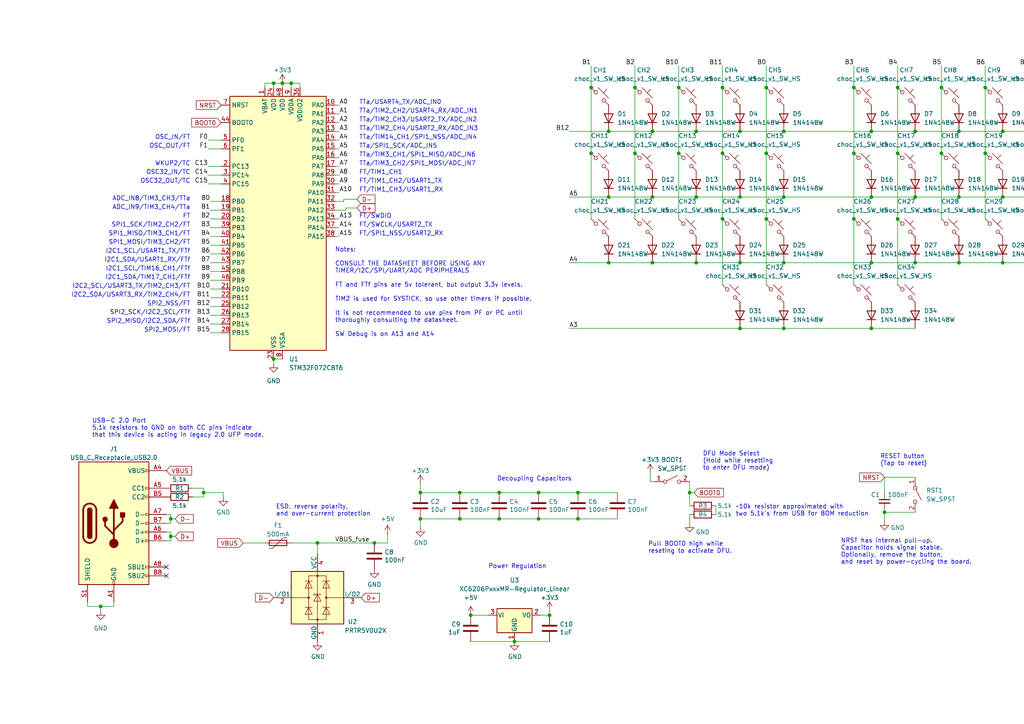
<source format=kicad_sch>
(kicad_sch (version 20231120) (generator "eeschema") (generator_version "8.0")
  (paper "A4")
  (junction (at 214.63 95.25))
  (junction (at 290.83 38.1))
  (junction (at 227.33 38.1))
  (junction (at 201.93 57.15))
  (junction (at 265.43 38.1))
  (junction (at 227.33 76.2))
  (junction (at 222.25 63.5))
  (junction (at 200.025 142.875))
  (junction (at 176.53 76.2))
  (junction (at 222.25 44.45))
  (junction (at 176.53 38.1))
  (junction (at 222.25 25.4))
  (junction (at 81.915 24.13))
  (junction (at 247.65 44.45))
  (junction (at 209.55 44.45))
  (junction (at 278.13 76.2))
  (junction (at 298.45 44.45))
  (junction (at 247.65 63.5))
  (junction (at 159.385 178.435))
  (junction (at 278.13 38.1))
  (junction (at 59.055 142.875))
  (junction (at 79.375 24.13))
  (junction (at 260.35 25.4))
  (junction (at 214.63 76.2))
  (junction (at 265.43 76.2))
  (junction (at 171.45 44.45))
  (junction (at 196.85 44.45))
  (junction (at 201.93 76.2))
  (junction (at 184.15 25.4))
  (junction (at 156.21 150.495))
  (junction (at 273.05 44.45))
  (junction (at 136.525 178.435))
  (junction (at 189.23 76.2))
  (junction (at 189.23 57.15))
  (junction (at 176.53 57.15))
  (junction (at 156.21 142.875))
  (junction (at 290.83 76.2))
  (junction (at 227.33 57.15))
  (junction (at 121.92 150.495))
  (junction (at 214.63 38.1))
  (junction (at 298.45 25.4))
  (junction (at 201.93 38.1))
  (junction (at 260.35 44.45))
  (junction (at 252.73 76.2))
  (junction (at 209.55 63.5))
  (junction (at 149.225 186.055) (diameter 0.9144))
  (junction (at 196.85 25.4))
  (junction (at 256.54 148.59))
  (junction (at 121.92 142.875))
  (junction (at 79.375 104.14))
  (junction (at 184.15 44.45))
  (junction (at 273.05 25.4))
  (junction (at 144.78 150.495))
  (junction (at 285.75 25.4))
  (junction (at 133.35 150.495))
  (junction (at 227.33 95.25))
  (junction (at 167.64 150.495))
  (junction (at 209.55 25.4))
  (junction (at 167.64 142.875))
  (junction (at 260.35 63.5))
  (junction (at 252.73 38.1))
  (junction (at 92.075 157.48))
  (junction (at 144.78 142.875))
  (junction (at 285.75 44.45))
  (junction (at 252.73 95.25))
  (junction (at 108.585 157.48))
  (junction (at 265.43 57.15))
  (junction (at 49.53 155.575))
  (junction (at 214.63 57.15))
  (junction (at 171.45 25.4))
  (junction (at 252.73 57.15))
  (junction (at 29.21 175.895))
  (junction (at 189.23 38.1))
  (junction (at 290.83 57.15))
  (junction (at 49.53 150.495))
  (junction (at 247.65 25.4))
  (junction (at 278.13 57.15))
  (junction (at 133.35 142.875))
  (junction (at 84.455 24.13))
  (no_connect (at 48.26 167.005))
  (no_connect (at 48.26 164.465))
  (wire (pts (xy 290.83 57.15) (xy 303.53 57.15)))
  (wire (pts (xy 298.45 44.45) (xy 298.45 63.5)))
  (wire (pts (xy 222.25 25.4) (xy 222.25 44.45)))
  (wire (pts (xy 167.64 150.495) (xy 179.07 150.495)))
  (wire (pts (xy 278.13 76.2) (xy 290.83 76.2)))
  (wire (pts (xy 48.26 156.845) (xy 49.53 156.845)))
  (wire (pts (xy 60.96 76.2) (xy 64.135 76.2)))
  (wire (pts (xy 214.63 95.25) (xy 227.33 95.25)))
  (wire (pts (xy 98.425 40.64) (xy 97.155 40.64)))
  (wire (pts (xy 214.63 76.2) (xy 227.33 76.2)))
  (wire (pts (xy 189.23 38.1) (xy 201.93 38.1)))
  (wire (pts (xy 196.85 19.05) (xy 196.85 25.4)))
  (wire (pts (xy 29.21 175.895) (xy 33.02 175.895)))
  (wire (pts (xy 252.73 38.1) (xy 265.43 38.1)))
  (wire (pts (xy 60.96 60.96) (xy 64.135 60.96)))
  (wire (pts (xy 86.995 24.13) (xy 86.995 25.4)))
  (wire (pts (xy 48.26 149.225) (xy 49.53 149.225)))
  (wire (pts (xy 98.425 53.34) (xy 97.155 53.34)))
  (wire (pts (xy 59.055 144.145) (xy 59.055 142.875)))
  (wire (pts (xy 214.63 38.1) (xy 227.33 38.1)))
  (wire (pts (xy 144.78 150.495) (xy 133.35 150.495)))
  (wire (pts (xy 55.88 144.145) (xy 59.055 144.145)))
  (wire (pts (xy 98.425 48.26) (xy 97.155 48.26)))
  (wire (pts (xy 49.53 150.495) (xy 49.53 151.765)))
  (wire (pts (xy 59.055 142.875) (xy 59.055 141.605)))
  (wire (pts (xy 189.865 139.7) (xy 188.595 139.7)))
  (wire (pts (xy 227.33 95.25) (xy 252.73 95.25)))
  (wire (pts (xy 29.21 177.165) (xy 29.21 175.895)))
  (wire (pts (xy 252.73 57.15) (xy 265.43 57.15)))
  (wire (pts (xy 84.455 24.13) (xy 84.455 25.4)))
  (wire (pts (xy 227.33 76.2) (xy 252.73 76.2)))
  (wire (pts (xy 98.425 35.56) (xy 97.155 35.56)))
  (wire (pts (xy 171.45 19.05) (xy 171.45 25.4)))
  (wire (pts (xy 59.055 142.875) (xy 64.77 142.875)))
  (wire (pts (xy 144.78 142.875) (xy 133.35 142.875)))
  (wire (pts (xy 60.96 63.5) (xy 64.135 63.5)))
  (wire (pts (xy 196.85 25.4) (xy 196.85 44.45)))
  (wire (pts (xy 201.93 57.15) (xy 214.63 57.15)))
  (wire (pts (xy 84.455 24.13) (xy 86.995 24.13)))
  (wire (pts (xy 200.025 142.875) (xy 201.295 142.875)))
  (wire (pts (xy 60.96 78.74) (xy 64.135 78.74)))
  (wire (pts (xy 196.85 44.45) (xy 196.85 63.5)))
  (wire (pts (xy 79.375 24.13) (xy 79.375 25.4)))
  (wire (pts (xy 209.55 19.05) (xy 209.55 25.4)))
  (wire (pts (xy 222.25 44.45) (xy 222.25 63.5)))
  (wire (pts (xy 171.45 25.4) (xy 171.45 44.45)))
  (wire (pts (xy 55.88 141.605) (xy 59.055 141.605)))
  (wire (pts (xy 149.225 186.055) (xy 159.385 186.055)))
  (wire (pts (xy 60.96 93.98) (xy 64.135 93.98)))
  (wire (pts (xy 273.05 25.4) (xy 273.05 44.45)))
  (wire (pts (xy 79.375 105.41) (xy 79.375 104.14)))
  (wire (pts (xy 176.53 38.1) (xy 189.23 38.1)))
  (wire (pts (xy 247.65 44.45) (xy 247.65 63.5)))
  (wire (pts (xy 60.96 83.82) (xy 64.135 83.82)))
  (wire (pts (xy 285.75 44.45) (xy 285.75 63.5)))
  (wire (pts (xy 98.425 38.1) (xy 97.155 38.1)))
  (wire (pts (xy 209.55 25.4) (xy 209.55 44.45)))
  (wire (pts (xy 256.54 151.13) (xy 256.54 148.59)))
  (wire (pts (xy 227.33 38.1) (xy 252.73 38.1)))
  (wire (pts (xy 60.96 73.66) (xy 64.135 73.66)))
  (wire (pts (xy 136.525 178.435) (xy 141.605 178.435)))
  (wire (pts (xy 285.75 25.4) (xy 285.75 44.45)))
  (wire (pts (xy 207.645 146.685) (xy 207.645 149.225)))
  (wire (pts (xy 156.21 142.875) (xy 167.64 142.875)))
  (wire (pts (xy 98.425 63.5) (xy 97.155 63.5)))
  (wire (pts (xy 201.93 38.1) (xy 214.63 38.1)))
  (wire (pts (xy 60.96 71.12) (xy 64.135 71.12)))
  (wire (pts (xy 189.23 57.15) (xy 201.93 57.15)))
  (wire (pts (xy 108.585 157.48) (xy 112.395 157.48)))
  (wire (pts (xy 188.595 139.7) (xy 188.595 137.16)))
  (wire (pts (xy 100.33 60.325) (xy 100.33 60.96)))
  (wire (pts (xy 60.96 66.04) (xy 64.135 66.04)))
  (wire (pts (xy 76.835 24.13) (xy 76.835 25.4)))
  (wire (pts (xy 98.425 43.18) (xy 97.155 43.18)))
  (wire (pts (xy 60.96 91.44) (xy 64.135 91.44)))
  (wire (pts (xy 252.73 76.2) (xy 265.43 76.2)))
  (wire (pts (xy 252.73 95.25) (xy 265.43 95.25)))
  (wire (pts (xy 256.54 138.43) (xy 265.43 138.43)))
  (wire (pts (xy 222.25 19.05) (xy 222.25 25.4)))
  (wire (pts (xy 156.845 178.435) (xy 159.385 178.435)))
  (wire (pts (xy 144.78 142.875) (xy 156.21 142.875)))
  (wire (pts (xy 98.425 45.72) (xy 97.155 45.72)))
  (wire (pts (xy 200.025 139.7) (xy 200.025 142.875)))
  (wire (pts (xy 285.75 19.05) (xy 285.75 25.4)))
  (wire (pts (xy 247.65 25.4) (xy 247.65 44.45)))
  (wire (pts (xy 84.455 24.13) (xy 81.915 24.13)))
  (wire (pts (xy 60.96 58.42) (xy 64.135 58.42)))
  (wire (pts (xy 256.54 138.43) (xy 256.54 142.875)))
  (wire (pts (xy 98.425 55.88) (xy 97.155 55.88)))
  (wire (pts (xy 260.35 44.45) (xy 260.35 63.5)))
  (wire (pts (xy 60.96 86.36) (xy 64.135 86.36)))
  (wire (pts (xy 70.485 157.48) (xy 76.835 157.48)))
  (wire (pts (xy 100.33 60.96) (xy 97.155 60.96)))
  (wire (pts (xy 121.92 153.035) (xy 121.92 150.495)))
  (wire (pts (xy 260.35 63.5) (xy 260.35 82.55)))
  (wire (pts (xy 260.35 19.05) (xy 260.35 25.4)))
  (wire (pts (xy 49.53 156.845) (xy 49.53 155.575)))
  (wire (pts (xy 60.325 48.26) (xy 64.135 48.26)))
  (wire (pts (xy 60.325 50.8) (xy 64.135 50.8)))
  (wire (pts (xy 165.1 38.1) (xy 176.53 38.1)))
  (wire (pts (xy 48.26 154.305) (xy 49.53 154.305)))
  (wire (pts (xy 84.455 157.48) (xy 92.075 157.48)))
  (wire (pts (xy 79.375 104.14) (xy 81.915 104.14)))
  (wire (pts (xy 167.64 142.875) (xy 179.07 142.875)))
  (wire (pts (xy 121.92 140.335) (xy 121.92 142.875)))
  (wire (pts (xy 290.83 38.1) (xy 303.53 38.1)))
  (wire (pts (xy 60.96 96.52) (xy 64.135 96.52)))
  (wire (pts (xy 256.54 148.59) (xy 256.54 147.955)))
  (wire (pts (xy 189.23 76.2) (xy 201.93 76.2)))
  (wire (pts (xy 49.53 150.495) (xy 50.8 150.495)))
  (wire (pts (xy 201.93 76.2) (xy 214.63 76.2)))
  (wire (pts (xy 79.375 24.13) (xy 81.915 24.13)))
  (wire (pts (xy 256.54 148.59) (xy 265.43 148.59)))
  (wire (pts (xy 200.025 149.225) (xy 200.025 151.765)))
  (wire (pts (xy 176.53 76.2) (xy 189.23 76.2)))
  (wire (pts (xy 60.325 40.64) (xy 64.135 40.64)))
  (wire (pts (xy 290.83 76.2) (xy 303.53 76.2)))
  (wire (pts (xy 60.96 88.9) (xy 64.135 88.9)))
  (wire (pts (xy 265.43 57.15) (xy 278.13 57.15)))
  (wire (pts (xy 60.96 81.28) (xy 64.135 81.28)))
  (wire (pts (xy 260.35 25.4) (xy 260.35 44.45)))
  (wire (pts (xy 25.4 175.895) (xy 29.21 175.895)))
  (wire (pts (xy 112.395 154.94) (xy 112.395 157.48)))
  (wire (pts (xy 76.835 24.13) (xy 79.375 24.13)))
  (wire (pts (xy 278.13 57.15) (xy 290.83 57.15)))
  (wire (pts (xy 165.1 76.2) (xy 176.53 76.2)))
  (wire (pts (xy 60.96 68.58) (xy 64.135 68.58)))
  (wire (pts (xy 200.025 142.875) (xy 200.025 146.685)))
  (wire (pts (xy 48.26 151.765) (xy 49.53 151.765)))
  (wire (pts (xy 222.25 63.5) (xy 222.25 82.55)))
  (wire (pts (xy 99.695 57.785) (xy 99.695 58.42)))
  (wire (pts (xy 247.65 63.5) (xy 247.65 82.55)))
  (wire (pts (xy 165.1 57.15) (xy 176.53 57.15)))
  (wire (pts (xy 25.4 174.625) (xy 25.4 175.895)))
  (wire (pts (xy 273.05 19.05) (xy 273.05 25.4)))
  (wire (pts (xy 103.505 60.325) (xy 100.33 60.325)))
  (wire (pts (xy 278.13 38.1) (xy 290.83 38.1)))
  (wire (pts (xy 49.53 154.305) (xy 49.53 155.575)))
  (wire (pts (xy 98.425 50.8) (xy 97.155 50.8)))
  (wire (pts (xy 165.1 95.25) (xy 214.63 95.25)))
  (wire (pts (xy 98.425 33.02) (xy 97.155 33.02)))
  (wire (pts (xy 98.425 66.04) (xy 97.155 66.04)))
  (wire (pts (xy 49.53 155.575) (xy 50.8 155.575)))
  (wire (pts (xy 133.35 150.495) (xy 121.92 150.495)))
  (wire (pts (xy 159.385 177.165) (xy 159.385 178.435)))
  (wire (pts (xy 64.77 142.875) (xy 64.77 144.145)))
  (wire (pts (xy 176.53 57.15) (xy 189.23 57.15)))
  (wire (pts (xy 184.15 25.4) (xy 184.15 44.45)))
  (wire (pts (xy 33.02 175.895) (xy 33.02 174.625)))
  (wire (pts (xy 99.695 58.42) (xy 97.155 58.42)))
  (wire (pts (xy 298.45 25.4) (xy 298.45 44.45)))
  (wire (pts (xy 92.075 157.48) (xy 92.075 160.655)))
  (wire (pts (xy 60.325 43.18) (xy 64.135 43.18)))
  (wire (pts (xy 214.63 57.15) (xy 227.33 57.15)))
  (wire (pts (xy 103.505 57.785) (xy 99.695 57.785)))
  (wire (pts (xy 149.225 186.055) (xy 136.525 186.055)))
  (wire (pts (xy 184.15 19.05) (xy 184.15 25.4)))
  (wire (pts (xy 273.05 44.45) (xy 273.05 63.5)))
  (wire (pts (xy 171.45 44.45) (xy 171.45 63.5)))
  (wire (pts (xy 184.15 44.45) (xy 184.15 63.5)))
  (wire (pts (xy 92.075 157.48) (xy 108.585 157.48)))
  (wire (pts (xy 227.33 57.15) (xy 252.73 57.15)))
  (wire (pts (xy 98.425 30.48) (xy 97.155 30.48)))
  (wire (pts (xy 209.55 63.5) (xy 209.55 82.55)))
  (wire (pts (xy 298.45 19.05) (xy 298.45 25.4)))
  (wire (pts (xy 98.425 68.58) (xy 97.155 68.58)))
  (wire (pts (xy 81.915 24.13) (xy 81.915 25.4)))
  (wire (pts (xy 133.35 142.875) (xy 121.92 142.875)))
  (wire (pts (xy 49.53 149.225) (xy 49.53 150.495)))
  (wire (pts (xy 265.43 38.1) (xy 278.13 38.1)))
  (wire (pts (xy 209.55 44.45) (xy 209.55 63.5)))
  (wire (pts (xy 144.78 150.495) (xy 156.21 150.495)))
  (wire (pts (xy 247.65 19.05) (xy 247.65 25.4)))
  (wire (pts (xy 156.21 150.495) (xy 167.64 150.495)))
  (wire (pts (xy 265.43 76.2) (xy 278.13 76.2)))
  (wire (pts (xy 60.325 53.34) (xy 64.135 53.34)))
  (text "SPI1_SCK/TIM2_CH2/FT" (at 55.245 66.04 0) (effects (font (size 1.27 1.27)) (justify right bottom)))
  (text "FT/TIM1_CH1" (at 104.14 50.8 0) (effects (font (size 1.27 1.27)) (justify left bottom)))
  (text "FT/TIM1_CH3/USART1_RX" (at 104.14 55.88 0) (effects (font (size 1.27 1.27)) (justify left bottom)))
  (text "SPI2_NSS/FT" (at 55.245 88.9 0) (effects (font (size 1.27 1.27)) (justify right bottom)))
  (text "Notes:\n\nCONSULT THE DATASHEET BEFORE USING ANY \nTIMER/I2C/SPI/UART/ADC PERIPHERALS\n\nFT and FTf pins are 5v tolerant, but output 3.3v levels.\n\nTIM2 is used for SYSTICK, so use other timers if possible.\n\nIt is not recommended to use pins from PF or PC until\nthoroughly consulting the datasheet.\n\nSW Debug is on A13 and A14" (at 97.155 97.79 0) (effects (font (size 1.27 1.27)) (justify left bottom)))
  (text "TTa/TIM2_CH4/USART2_RX/ADC_IN3" (at 104.14 38.1 0) (effects (font (size 1.27 1.27)) (justify left bottom)))
  (text "NRST has internal pull-up.\nCapacitor holds signal stable.\nOptionally, remove the button,\nand reset by power-cycling the board." (at 243.84 163.83 0) (effects (font (size 1.27 1.27)) (justify left bottom)))
  (text "FT/SWDIO" (at 104.14 63.5 0) (effects (font (size 1.27 1.27)) (justify left bottom)))
  (text "Decoupling Capacitors" (at 144.145 139.7 0) (effects (font (size 1.27 1.27)) (justify left bottom)))
  (text "SPI1_MOSI/TIM3_CH2/FT" (at 55.245 71.12 0) (effects (font (size 1.27 1.27)) (justify right bottom)))
  (text "ADC_IN9/TIM3_CH4/TTa" (at 55.245 60.96 0) (effects (font (size 1.27 1.27)) (justify right bottom)))
  (text "I2C2_SCL/USART3_TX/TIM2_CH3/FT" (at 55.245 83.82 0) (effects (font (size 1.27 1.27)) (justify right bottom)))
  (text "SPI2_MISO/I2C2_SDA/FTf" (at 55.245 93.98 0) (effects (font (size 1.27 1.27)) (justify right bottom)))
  (text "FT/SWCLK/USART2_TX" (at 104.14 66.04 0) (effects (font (size 1.27 1.27)) (justify left bottom)))
  (text "I2C1_SCL/TIM16_CH1/FTf" (at 55.245 78.74 0) (effects (font (size 1.27 1.27)) (justify right bottom)))
  (text "~10k resistor approximated with\ntwo 5.1k's from USB for BOM reduction" (at 213.36 149.86 0) (effects (font (size 1.27 1.27)) (justify left bottom)))
  (text "TTa/TIM2_CH2/USART4_RX/ADC_IN1" (at 104.14 33.02 0) (effects (font (size 1.27 1.27)) (justify left bottom)))
  (text "USB-C 2.0 Port\n5.1k resistors to GND on both CC pins indicate\nthat this device is acting in legacy 2.0 UFP mode." (at 26.67 127 0) (effects (font (size 1.27 1.27)) (justify left bottom)))
  (text "TTa/TIM2_CH3/USART2_TX/ADC_IN2" (at 104.14 35.56 0) (effects (font (size 1.27 1.27)) (justify left bottom)))
  (text "OSC_IN/FT" (at 55.245 40.64 0) (effects (font (size 1.27 1.27)) (justify right bottom)))
  (text "DFU Mode Select\n(Hold while resetting\nto enter DFU mode)" (at 203.835 136.525 0) (effects (font (size 1.27 1.27)) (justify left bottom)))
  (text "WKUP2/TC" (at 55.245 48.26 0) (effects (font (size 1.27 1.27)) (justify right bottom)))
  (text "I2C2_SDA/USART3_RX/TIM2_CH4/FT" (at 55.245 86.36 0) (effects (font (size 1.27 1.27)) (justify right bottom)))
  (text "ADC_IN8/TIM3_CH3/TTa" (at 55.245 58.42 0) (effects (font (size 1.27 1.27)) (justify right bottom)))
  (text "RESET button\n(Tap to reset)" (at 255.27 135.255 0) (effects (font (size 1.27 1.27)) (justify left bottom)))
  (text "Pull BOOT0 high while \nreseting to activate DFU." (at 187.96 160.655 0) (effects (font (size 1.27 1.27)) (justify left bottom)))
  (text "I2C1_SDA/TIM17_CH1/FTf" (at 55.245 81.28 0) (effects (font (size 1.27 1.27)) (justify right bottom)))
  (text "TTa/SPI1_SCK/ADC_IN5" (at 104.14 43.18 0) (effects (font (size 1.27 1.27)) (justify left bottom)))
  (text "TTa/TIM3_CH1/SPI1_MISO/ADC_IN6" (at 104.14 45.72 0) (effects (font (size 1.27 1.27)) (justify left bottom)))
  (text "TTa/TIM3_CH2/SPI1_MOSI/ADC_IN7" (at 104.14 48.26 0) (effects (font (size 1.27 1.27)) (justify left bottom)))
  (text "OSC32_OUT/TC" (at 55.245 53.34 0) (effects (font (size 1.27 1.27)) (justify right bottom)))
  (text "FT/SPI1_NSS/USART2_RX" (at 104.14 68.58 0) (effects (font (size 1.27 1.27)) (justify left bottom)))
  (text "SPI1_MISO/TIM3_CH1/FT" (at 55.245 68.58 0) (effects (font (size 1.27 1.27)) (justify right bottom)))
  (text "OSC32_IN/TC" (at 55.245 50.8 0) (effects (font (size 1.27 1.27)) (justify right bottom)))
  (text "TTa/TIM14_CH1/SPI1_NSS/ADC_IN4" (at 104.14 40.64 0) (effects (font (size 1.27 1.27)) (justify left bottom)))
  (text "I2C1_SDA/USART1_RX/FTf" (at 55.245 76.2 0) (effects (font (size 1.27 1.27)) (justify right bottom)))
  (text "SPI2_MOSI/FT" (at 55.245 96.52 0) (effects (font (size 1.27 1.27)) (justify right bottom)))
  (text "FT/TIM1_CH2/USART1_TX" (at 104.14 53.34 0) (effects (font (size 1.27 1.27)) (justify left bottom)))
  (text "Power Regulation" (at 141.605 165.1 0) (effects (font (size 1.27 1.27)) (justify left bottom)))
  (text "SPI2_SCK/I2C2_SCL/FTf" (at 55.245 91.44 0) (effects (font (size 1.27 1.27)) (justify right bottom)))
  (text "OSC_OUT/FT" (at 55.245 43.18 0) (effects (font (size 1.27 1.27)) (justify right bottom)))
  (text "ESD, reverse polarity,\nand over-current protection" (at 80.01 149.86 0) (effects (font (size 1.27 1.27)) (justify left bottom)))
  (text "FT" (at 55.245 63.5 0) (effects (font (size 1.27 1.27)) (justify right bottom)))
  (text "TTa/USART4_TX/ADC_IN0" (at 104.14 30.48 0) (effects (font (size 1.27 1.27)) (justify left bottom)))
  (text "I2C1_SCL/USART1_TX/FTf" (at 55.245 73.66 0) (effects (font (size 1.27 1.27)) (justify right bottom)))
  (label "A1" (at 98.425 33.02 0))
  (label "A3" (at 98.425 38.1 0))
  (label "A13" (at 98.425 63.5 0))
  (label "A10" (at 98.425 55.88 0))
  (label "B7" (at 60.96 76.2 180))
  (label "B13" (at 60.96 91.44 180))
  (label "A6" (at 98.425 45.72 0))
  (label "B1" (at 60.96 60.96 180))
  (label "B9" (at 60.96 81.28 180))
  (label "B5" (at 60.96 71.12 180))
  (label "B7" (at 298.45 19.05 180))
  (label "B14" (at 60.96 93.98 180))
  (label "A8" (at 98.425 50.8 0))
  (label "B0" (at 60.96 58.42 180))
  (label "A9" (at 98.425 53.34 0))
  (label "VBUS_fuse" (at 97.155 157.48 0))
  (label "A2" (at 98.425 35.56 0))
  (label "B8" (at 60.96 78.74 180))
  (label "A4" (at 98.425 40.64 0))
  (label "B12" (at 60.96 88.9 180))
  (label "A4" (at 165.1 76.2 0))
  (label "B4" (at 60.96 68.58 180))
  (label "A3" (at 165.1 95.25 0))
  (label "C14" (at 60.325 50.8 180))
  (label "B6" (at 60.96 73.66 180))
  (label "B5" (at 273.05 19.05 180))
  (label "B10" (at 196.85 19.05 180))
  (label "B15" (at 60.96 96.52 180))
  (label "B11" (at 209.55 19.05 180))
  (label "A14" (at 98.425 66.04 0))
  (label "B10" (at 60.96 83.82 180))
  (label "B2" (at 184.15 19.05 180))
  (label "B11" (at 60.96 86.36 180))
  (label "B0" (at 222.25 19.05 180))
  (label "C15" (at 60.325 53.34 180))
  (label "B3" (at 60.96 66.04 180))
  (label "A0" (at 98.425 30.48 0))
  (label "B2" (at 60.96 63.5 180))
  (label "F1" (at 60.325 43.18 180))
  (label "A5" (at 165.1 57.15 0))
  (label "B1" (at 171.45 19.05 180))
  (label "A5" (at 98.425 43.18 0))
  (label "A7" (at 98.425 48.26 0))
  (label "B6" (at 285.75 19.05 180))
  (label "B12" (at 165.1 38.1 180))
  (label "B3" (at 247.65 19.05 180))
  (label "C13" (at 60.325 48.26 180))
  (label "F0" (at 60.325 40.64 180))
  (label "A15" (at 98.425 68.58 0))
  (label "B4" (at 260.35 19.05 180))
  (global_label "VBUS" (shape input) (at 70.485 157.48 180) (property "Intersheetrefs" "${INTERSHEET_REFS}" (effects (hide yes))))
  (global_label "D-" (shape input) (at 103.505 57.785 0) (property "Intersheetrefs" "${INTERSHEET_REFS}" (effects (hide yes))))
  (global_label "D-" (shape input) (at 79.375 173.355 180) (property "Intersheetrefs" "${INTERSHEET_REFS}" (effects (hide yes))))
  (global_label "BOOT0" (shape input) (at 64.135 35.56 180) (property "Intersheetrefs" "${INTERSHEET_REFS}" (effects (hide yes))))
  (global_label "D+" (shape input) (at 103.505 60.325 0) (property "Intersheetrefs" "${INTERSHEET_REFS}" (effects (hide yes))))
  (global_label "D+" (shape input) (at 104.775 173.355 0) (property "Intersheetrefs" "${INTERSHEET_REFS}" (effects (hide yes))))
  (global_label "D-" (shape input) (at 50.8 150.495 0) (property "Intersheetrefs" "${INTERSHEET_REFS}" (effects (hide yes))))
  (global_label "NRST" (shape input) (at 256.54 138.43 180) (property "Intersheetrefs" "${INTERSHEET_REFS}" (effects (hide yes))))
  (global_label "NRST" (shape input) (at 64.135 30.48 180) (property "Intersheetrefs" "${INTERSHEET_REFS}" (effects (hide yes))))
  (global_label "BOOT0" (shape input) (at 201.295 142.875 0) (property "Intersheetrefs" "${INTERSHEET_REFS}" (effects (hide yes))))
  (global_label "D+" (shape input) (at 50.8 155.575 0) (property "Intersheetrefs" "${INTERSHEET_REFS}" (effects (hide yes))))
  (global_label "VBUS" (shape input) (at 48.26 136.525 0) (property "Intersheetrefs" "${INTERSHEET_REFS}" (effects (hide yes))))
  (symbol (lib_id "Diode:1N4148W") (at 214.63 72.39 90) (unit 1)
    (property "Reference" "D24" (at 217.17 71.1199 90) (effects (justify right)))
    (property "Value" "1N4148W" (at 217.17 73.6599 90) (effects (justify right)))
    (property "Footprint" "shortho:D_SOD-123" (effects (hide yes)))
    (property "Datasheet" "https://www.vishay.com/docs/85748/1n4148w.pdf" (effects (hide yes)))
    (property "Description" "75V 0.15A Fast Switching Diode, SOD-123" (effects (hide yes)))
    (property "Sim.Device" "D" (effects (hide yes)))
    (property "Sim.Pins" "1=K 2=A" (effects (hide yes)))
    (property "LCSC" "C81598" (effects (hide yes)))
  )
  (symbol (lib_id "marbastlib-choc:choc_v1_SW_HS_CPG135001S30") (at 300.99 27.94 0) (unit 1)
    (property "Reference" "CH10" (at 300.99 20.32 0))
    (property "Value" "choc_v1_SW_HS" (at 300.99 22.86 0))
    (property "Footprint" "shortho:SW_choc_v1_HS_CPG135001S30_1u" (effects (hide yes)))
    (property "Description" "Push button switch, normally open, two pins, 45° tilted" (effects (hide yes)))
    (property "LCSC" "C5333465" (effects (hide yes)))
  )
  (symbol (lib_id "marbastlib-choc:choc_v1_SW_HS_CPG135001S30") (at 288.29 27.94 0) (unit 1)
    (property "Reference" "CH9" (at 288.29 20.32 0))
    (property "Value" "choc_v1_SW_HS" (at 288.29 22.86 0))
    (property "Footprint" "shortho:SW_choc_v1_HS_CPG135001S30_1u" (effects (hide yes)))
    (property "Description" "Push button switch, normally open, two pins, 45° tilted" (effects (hide yes)))
    (property "LCSC" "C5333465" (effects (hide yes)))
  )
  (symbol (lib_id "Connector:USB_C_Receptacle_USB2.0") (at 33.02 151.765 0) (unit 1)
    (property "Reference" "J1" (at 33.02 130.175 0))
    (property "Value" "USB_C_Receptacle_USB2.0" (at 33.02 132.715 0))
    (property "Footprint" "Connector_USB:USB_C_Receptacle_HRO_TYPE-C-31-M-12" (effects (hide yes)))
    (property "Datasheet" "https://www.usb.org/sites/default/files/documents/usb_type-c.zip" (effects (hide yes)))
    (property "JlcRotOffset" "180" (effects (hide yes)))
    (property "JlcPosOffset" "0,1.5" (effects (hide yes)))
    (property "LCSC" "C165948" (effects (hide yes)))
  )
  (symbol (lib_id "power:+3V3") (at 81.915 24.13 0) (unit 1)
    (property "Reference" "#PWR01" (effects (hide yes)))
    (property "Value" "+3V3" (at 81.915 20.32 0))
  )
  (symbol (lib_id "marbastlib-choc:choc_v1_SW_HS_CPG135001S30") (at 186.69 66.04 0) (unit 1)
    (property "Reference" "CH22" (at 186.69 58.42 0))
    (property "Value" "choc_v1_SW_HS" (at 186.69 60.96 0))
    (property "Footprint" "shortho:SW_choc_v1_HS_CPG135001S30_1u" (effects (hide yes)))
    (property "Description" "Push button switch, normally open, two pins, 45° tilted" (effects (hide yes)))
    (property "LCSC" "C5333465" (effects (hide yes)))
  )
  (symbol (lib_id "Device:R") (at 203.835 146.685 90) (unit 1)
    (property "Reference" "R3" (at 203.835 146.685 90))
    (property "Value" "5.1k" (at 210.185 146.685 90))
    (property "Footprint" "Resistor_SMD:R_0402_1005Metric" (effects (hide yes)))
    (property "LCSC" "C25905" (effects (hide yes)))
  )
  (symbol (lib_id "Device:C") (at 108.585 161.29 0) (unit 1)
    (property "Reference" "C8" (at 111.506 160.1216 0) (effects (justify left)))
    (property "Value" "100nF" (at 111.506 162.433 0) (effects (justify left)))
    (property "Footprint" "Capacitor_SMD:C_0402_1005Metric" (effects (hide yes)))
    (property "LCSC" "C307331" (effects (hide yes)))
  )
  (symbol (lib_id "Diode:1N4148W") (at 278.13 34.29 90) (unit 1)
    (property "Reference" "D8" (at 280.67 33.0199 90) (effects (justify right)))
    (property "Value" "1N4148W" (at 280.67 35.5599 90) (effects (justify right)))
    (property "Footprint" "shortho:D_SOD-123" (effects (hide yes)))
    (property "Datasheet" "https://www.vishay.com/docs/85748/1n4148w.pdf" (effects (hide yes)))
    (property "Description" "75V 0.15A Fast Switching Diode, SOD-123" (effects (hide yes)))
    (property "Sim.Device" "D" (effects (hide yes)))
    (property "Sim.Pins" "1=K 2=A" (effects (hide yes)))
    (property "LCSC" "C81598" (effects (hide yes)))
  )
  (symbol (lib_id "Device:Polyfuse") (at 80.645 157.48 90) (unit 1)
    (property "Reference" "F1" (at 80.645 152.4 90))
    (property "Value" "500mA" (at 80.645 154.94 90))
    (property "Footprint" "Fuse:Fuse_1206_3216Metric" (effects (hide yes)))
    (property "LCSC" "C135341" (effects (hide yes)))
  )
  (symbol (lib_id "power:GND") (at 79.375 105.41 0) (unit 1)
    (property "Reference" "#PWR02" (effects (hide yes)))
    (property "Value" "GND" (at 79.375 110.49 0))
  )
  (symbol (lib_id "power:GND") (at 64.77 144.145 0) (unit 1)
    (property "Reference" "#PWR05" (effects (hide yes)))
    (property "Value" "GND" (at 64.77 148.59 0))
  )
  (symbol (lib_id "marbastlib-choc:choc_v1_SW_HS_CPG135001S30") (at 262.89 27.94 0) (unit 1)
    (property "Reference" "CH7" (at 262.89 20.32 0))
    (property "Value" "choc_v1_SW_HS" (at 262.89 22.86 0))
    (property "Footprint" "shortho:SW_choc_v1_HS_CPG135001S30_1u" (effects (hide yes)))
    (property "Description" "Push button switch, normally open, two pins, 45° tilted" (effects (hide yes)))
    (property "LCSC" "C5333465" (effects (hide yes)))
  )
  (symbol (lib_id "Diode:1N4148W") (at 201.93 34.29 90) (unit 1)
    (property "Reference" "D3" (at 204.47 33.0199 90) (effects (justify right)))
    (property "Value" "1N4148W" (at 204.47 35.5599 90) (effects (justify right)))
    (property "Footprint" "shortho:D_SOD-123" (effects (hide yes)))
    (property "Datasheet" "https://www.vishay.com/docs/85748/1n4148w.pdf" (effects (hide yes)))
    (property "Description" "75V 0.15A Fast Switching Diode, SOD-123" (effects (hide yes)))
    (property "Sim.Device" "D" (effects (hide yes)))
    (property "Sim.Pins" "1=K 2=A" (effects (hide yes)))
    (property "LCSC" "C81598" (effects (hide yes)))
  )
  (symbol (lib_id "Diode:1N4148W") (at 227.33 34.29 90) (unit 1)
    (property "Reference" "D5" (at 229.87 33.0199 90) (effects (justify right)))
    (property "Value" "1N4148W" (at 229.87 35.5599 90) (effects (justify right)))
    (property "Footprint" "shortho:D_SOD-123" (effects (hide yes)))
    (property "Datasheet" "https://www.vishay.com/docs/85748/1n4148w.pdf" (effects (hide yes)))
    (property "Description" "75V 0.15A Fast Switching Diode, SOD-123" (effects (hide yes)))
    (property "Sim.Device" "D" (effects (hide yes)))
    (property "Sim.Pins" "1=K 2=A" (effects (hide yes)))
    (property "LCSC" "C81598" (effects (hide yes)))
  )
  (symbol (lib_id "power:GND") (at 121.92 153.035 0) (unit 1)
    (property "Reference" "#PWR08" (effects (hide yes)))
    (property "Value" "GND" (at 122.047 157.4292 0))
  )
  (symbol (lib_id "marbastlib-choc:choc_v1_SW_HS_CPG135001S30") (at 275.59 27.94 0) (unit 1)
    (property "Reference" "CH8" (at 275.59 20.32 0))
    (property "Value" "choc_v1_SW_HS" (at 275.59 22.86 0))
    (property "Footprint" "shortho:SW_choc_v1_HS_CPG135001S30_1u" (effects (hide yes)))
    (property "Description" "Push button switch, normally open, two pins, 45° tilted" (effects (hide yes)))
    (property "LCSC" "C5333465" (effects (hide yes)))
  )
  (symbol (lib_id "MCU_ST_STM32F0:STM32F072CBTx") (at 79.375 66.04 0) (unit 1)
    (property "Reference" "U1" (at 83.8709 104.14 0) (effects (justify left)))
    (property "Value" "STM32F072CBT6" (at 83.8709 106.68 0) (effects (justify left)))
    (property "Footprint" "Package_QFP:LQFP-48_7x7mm_P0.5mm" (effects (hide yes)))
    (property "Datasheet" "https://www.st.com/resource/en/datasheet/stm32f072cb.pdf" (effects (hide yes)))
    (property "JlcRotOffset" "90" (effects (hide yes)))
    (property "LCSC" "C81720" (effects (hide yes)))
  )
  (symbol (lib_id "Diode:1N4148W") (at 265.43 72.39 90) (unit 1)
    (property "Reference" "D27" (at 267.97 71.1199 90) (effects (justify right)))
    (property "Value" "1N4148W" (at 267.97 73.6599 90) (effects (justify right)))
    (property "Footprint" "shortho:D_SOD-123" (effects (hide yes)))
    (property "Datasheet" "https://www.vishay.com/docs/85748/1n4148w.pdf" (effects (hide yes)))
    (property "Description" "75V 0.15A Fast Switching Diode, SOD-123" (effects (hide yes)))
    (property "Sim.Device" "D" (effects (hide yes)))
    (property "Sim.Pins" "1=K 2=A" (effects (hide yes)))
    (property "LCSC" "C81598" (effects (hide yes)))
  )
  (symbol (lib_id "Diode:1N4148W") (at 227.33 72.39 90) (unit 1)
    (property "Reference" "D25" (at 229.87 71.1199 90) (effects (justify right)))
    (property "Value" "1N4148W" (at 229.87 73.6599 90) (effects (justify right)))
    (property "Footprint" "shortho:D_SOD-123" (effects (hide yes)))
    (property "Datasheet" "https://www.vishay.com/docs/85748/1n4148w.pdf" (effects (hide yes)))
    (property "Description" "75V 0.15A Fast Switching Diode, SOD-123" (effects (hide yes)))
    (property "Sim.Device" "D" (effects (hide yes)))
    (property "Sim.Pins" "1=K 2=A" (effects (hide yes)))
    (property "LCSC" "C81598" (effects (hide yes)))
  )
  (symbol (lib_id "marbastlib-choc:choc_v1_SW_HS_CPG135001S30") (at 199.39 46.99 0) (unit 1)
    (property "Reference" "CH13" (at 199.39 39.37 0))
    (property "Value" "choc_v1_SW_HS" (at 199.39 41.91 0))
    (property "Footprint" "shortho:SW_choc_v1_HS_CPG135001S30_1u" (effects (hide yes)))
    (property "Description" "Push button switch, normally open, two pins, 45° tilted" (effects (hide yes)))
    (property "LCSC" "C5333465" (effects (hide yes)))
  )
  (symbol (lib_id "Diode:1N4148W") (at 176.53 34.29 90) (unit 1)
    (property "Reference" "D1" (at 179.07 33.0199 90) (effects (justify right)))
    (property "Value" "1N4148W" (at 179.07 35.5599 90) (effects (justify right)))
    (property "Footprint" "shortho:D_SOD-123" (effects (hide yes)))
    (property "Datasheet" "https://www.vishay.com/docs/85748/1n4148w.pdf" (effects (hide yes)))
    (property "Description" "75V 0.15A Fast Switching Diode, SOD-123" (effects (hide yes)))
    (property "Sim.Device" "D" (effects (hide yes)))
    (property "Sim.Pins" "1=K 2=A" (effects (hide yes)))
    (property "LCSC" "C81598" (effects (hide yes)))
  )
  (symbol (lib_id "Device:C") (at 167.64 146.685 0) (unit 1)
    (property "Reference" "C6" (at 170.561 145.5166 0) (effects (justify left)))
    (property "Value" "100nF" (at 170.561 147.828 0) (effects (justify left)))
    (property "Footprint" "Capacitor_SMD:C_0402_1005Metric" (effects (hide yes)))
    (property "LCSC" "C307331" (effects (hide yes)))
  )
  (symbol (lib_id "marbastlib-choc:choc_v1_SW_HS_CPG135001S30") (at 262.89 85.09 0) (unit 1)
    (property "Reference" "CH34" (at 262.89 77.47 0))
    (property "Value" "choc_v1_SW_HS" (at 262.89 80.01 0))
    (property "Footprint" "shortho:SW_choc_v1_HS_CPG135001S30_1u" (effects (hide yes)))
    (property "Description" "Push button switch, normally open, two pins, 45° tilted" (effects (hide yes)))
    (property "LCSC" "C5333465" (effects (hide yes)))
  )
  (symbol (lib_id "marbastlib-choc:choc_v1_SW_HS_CPG135001S30") (at 275.59 46.99 0) (unit 1)
    (property "Reference" "CH18" (at 275.59 39.37 0))
    (property "Value" "choc_v1_SW_HS" (at 275.59 41.91 0))
    (property "Footprint" "shortho:SW_choc_v1_HS_CPG135001S30_1u" (effects (hide yes)))
    (property "Description" "Push button switch, normally open, two pins, 45° tilted" (effects (hide yes)))
    (property "LCSC" "C5333465" (effects (hide yes)))
  )
  (symbol (lib_id "marbastlib-choc:choc_v1_SW_HS_CPG135001S30") (at 199.39 27.94 0) (unit 1)
    (property "Reference" "CH3" (at 199.39 20.32 0))
    (property "Value" "choc_v1_SW_HS" (at 199.39 22.86 0))
    (property "Footprint" "shortho:SW_choc_v1_HS_CPG135001S30_1u" (effects (hide yes)))
    (property "Description" "Push button switch, normally open, two pins, 45° tilted" (effects (hide yes)))
    (property "LCSC" "C5333465" (effects (hide yes)))
  )
  (symbol (lib_id "power:+3V3") (at 121.92 140.335 0) (unit 1)
    (property "Reference" "#PWR04" (effects (hide yes)))
    (property "Value" "+3V3" (at 121.92 136.525 0))
  )
  (symbol (lib_id "Diode:1N4148W") (at 303.53 34.29 90) (unit 1)
    (property "Reference" "D10" (at 306.07 33.0199 90) (effects (justify right)))
    (property "Value" "1N4148W" (at 306.07 35.5599 90) (effects (justify right)))
    (property "Footprint" "shortho:D_SOD-123" (effects (hide yes)))
    (property "Datasheet" "https://www.vishay.com/docs/85748/1n4148w.pdf" (effects (hide yes)))
    (property "Description" "75V 0.15A Fast Switching Diode, SOD-123" (effects (hide yes)))
    (property "Sim.Device" "D" (effects (hide yes)))
    (property "Sim.Pins" "1=K 2=A" (effects (hide yes)))
    (property "LCSC" "C81598" (effects (hide yes)))
  )
  (symbol (lib_id "marbastlib-choc:choc_v1_SW_HS_CPG135001S30") (at 173.99 66.04 0) (unit 1)
    (property "Reference" "CH21" (at 173.99 58.42 0))
    (property "Value" "choc_v1_SW_HS" (at 173.99 60.96 0))
    (property "Footprint" "shortho:SW_choc_v1_HS_CPG135001S30_1u" (effects (hide yes)))
    (property "Description" "Push button switch, normally open, two pins, 45° tilted" (effects (hide yes)))
    (property "LCSC" "C5333465" (effects (hide yes)))
  )
  (symbol (lib_id "Diode:1N4148W") (at 252.73 72.39 90) (unit 1)
    (property "Reference" "D26" (at 255.27 71.1199 90) (effects (justify right)))
    (property "Value" "1N4148W" (at 255.27 73.6599 90) (effects (justify right)))
    (property "Footprint" "shortho:D_SOD-123" (effects (hide yes)))
    (property "Datasheet" "https://www.vishay.com/docs/85748/1n4148w.pdf" (effects (hide yes)))
    (property "Description" "75V 0.15A Fast Switching Diode, SOD-123" (effects (hide yes)))
    (property "Sim.Device" "D" (effects (hide yes)))
    (property "Sim.Pins" "1=K 2=A" (effects (hide yes)))
    (property "LCSC" "C81598" (effects (hide yes)))
  )
  (symbol (lib_id "power:GND") (at 29.21 177.165 0) (unit 1)
    (property "Reference" "#PWR011" (effects (hide yes)))
    (property "Value" "GND" (at 29.21 182.245 0))
  )
  (symbol (lib_id "Device:C") (at 159.385 182.245 0) (unit 1)
    (property "Reference" "C10" (at 162.306 181.0766 0) (effects (justify left)))
    (property "Value" "1uF" (at 162.306 183.388 0) (effects (justify left)))
    (property "Footprint" "Capacitor_SMD:C_0402_1005Metric" (effects (hide yes)))
    (property "LCSC" "C52923" (effects (hide yes)))
  )
  (symbol (lib_id "Diode:1N4148W") (at 290.83 53.34 90) (unit 1)
    (property "Reference" "D19" (at 293.37 52.0699 90) (effects (justify right)))
    (property "Value" "1N4148W" (at 293.37 54.6099 90) (effects (justify right)))
    (property "Footprint" "shortho:D_SOD-123" (effects (hide yes)))
    (property "Datasheet" "https://www.vishay.com/docs/85748/1n4148w.pdf" (effects (hide yes)))
    (property "Description" "75V 0.15A Fast Switching Diode, SOD-123" (effects (hide yes)))
    (property "Sim.Device" "D" (effects (hide yes)))
    (property "Sim.Pins" "1=K 2=A" (effects (hide yes)))
    (property "LCSC" "C81598" (effects (hide yes)))
  )
  (symbol (lib_id "marbastlib-choc:choc_v1_SW_HS_CPG135001S30") (at 212.09 27.94 0) (unit 1)
    (property "Reference" "CH4" (at 212.09 20.32 0))
    (property "Value" "choc_v1_SW_HS" (at 212.09 22.86 0))
    (property "Footprint" "shortho:SW_choc_v1_HS_CPG135001S30_1u" (effects (hide yes)))
    (property "Description" "Push button switch, normally open, two pins, 45° tilted" (effects (hide yes)))
    (property "LCSC" "C5333465" (effects (hide yes)))
  )
  (symbol (lib_id "marbastlib-choc:choc_v1_SW_HS_CPG135001S30") (at 224.79 66.04 0) (unit 1)
    (property "Reference" "CH25" (at 224.79 58.42 0))
    (property "Value" "choc_v1_SW_HS" (at 224.79 60.96 0))
    (property "Footprint" "shortho:SW_choc_v1_HS_CPG135001S30_1u" (effects (hide yes)))
    (property "Description" "Push button switch, normally open, two pins, 45° tilted" (effects (hide yes)))
    (property "LCSC" "C5333465" (effects (hide yes)))
  )
  (symbol (lib_id "marbastlib-choc:choc_v1_SW_HS_CPG135001S30") (at 199.39 66.04 0) (unit 1)
    (property "Reference" "CH23" (at 199.39 58.42 0))
    (property "Value" "choc_v1_SW_HS" (at 199.39 60.96 0))
    (property "Footprint" "shortho:SW_choc_v1_HS_CPG135001S30_1u" (effects (hide yes)))
    (property "Description" "Push button switch, normally open, two pins, 45° tilted" (effects (hide yes)))
    (property "LCSC" "C5333465" (effects (hide yes)))
  )
  (symbol (lib_id "marbastlib-choc:choc_v1_SW_HS_CPG135001S30") (at 262.89 46.99 0) (unit 1)
    (property "Reference" "CH17" (at 262.89 39.37 0))
    (property "Value" "choc_v1_SW_HS" (at 262.89 41.91 0))
    (property "Footprint" "shortho:SW_choc_v1_HS_CPG135001S30_1u" (effects (hide yes)))
    (property "Description" "Push button switch, normally open, two pins, 45° tilted" (effects (hide yes)))
    (property "LCSC" "C5333465" (effects (hide yes)))
  )
  (symbol (lib_id "marbastlib-choc:choc_v1_SW_HS_CPG135001S30") (at 250.19 46.99 0) (unit 1)
    (property "Reference" "CH16" (at 250.19 39.37 0))
    (property "Value" "choc_v1_SW_HS" (at 250.19 41.91 0))
    (property "Footprint" "shortho:SW_choc_v1_HS_CPG135001S30_1u" (effects (hide yes)))
    (property "Description" "Push button switch, normally open, two pins, 45° tilted" (effects (hide yes)))
    (property "LCSC" "C5333465" (effects (hide yes)))
  )
  (symbol (lib_id "kicad-keyboard-parts:XC6206PxxxMR-Regulator_Linear") (at 149.225 178.435 0) (unit 1)
    (property "Reference" "U3" (at 149.225 168.275 0))
    (property "Value" "XC6206PxxxMR-Regulator_Linear" (at 149.225 170.815 0))
    (property "Footprint" "Package_TO_SOT_SMD:SOT-23" (effects (hide yes)))
    (property "Datasheet" "https://www.torexsemi.com/file/xc6206/XC6206.pdf" (effects (hide yes)))
    (property "LCSC" "C5446" (effects (hide yes)))
  )
  (symbol (lib_id "Diode:1N4148W") (at 214.63 53.34 90) (unit 1)
    (property "Reference" "D14" (at 217.17 52.0699 90) (effects (justify right)))
    (property "Value" "1N4148W" (at 217.17 54.6099 90) (effects (justify right)))
    (property "Footprint" "shortho:D_SOD-123" (effects (hide yes)))
    (property "Datasheet" "https://www.vishay.com/docs/85748/1n4148w.pdf" (effects (hide yes)))
    (property "Description" "75V 0.15A Fast Switching Diode, SOD-123" (effects (hide yes)))
    (property "Sim.Device" "D" (effects (hide yes)))
    (property "Sim.Pins" "1=K 2=A" (effects (hide yes)))
    (property "LCSC" "C81598" (effects (hide yes)))
  )
  (symbol (lib_id "power:GND") (at 200.025 151.765 0) (unit 1)
    (property "Reference" "#PWR07" (effects (hide yes)))
    (property "Value" "GND" (at 203.835 154.305 0))
  )
  (symbol (lib_id "Diode:1N4148W") (at 303.53 72.39 90) (unit 1)
    (property "Reference" "D30" (at 306.07 71.1199 90) (effects (justify right)))
    (property "Value" "1N4148W" (at 306.07 73.6599 90) (effects (justify right)))
    (property "Footprint" "shortho:D_SOD-123" (effects (hide yes)))
    (property "Datasheet" "https://www.vishay.com/docs/85748/1n4148w.pdf" (effects (hide yes)))
    (property "Description" "75V 0.15A Fast Switching Diode, SOD-123" (effects (hide yes)))
    (property "Sim.Device" "D" (effects (hide yes)))
    (property "Sim.Pins" "1=K 2=A" (effects (hide yes)))
    (property "LCSC" "C81598" (effects (hide yes)))
  )
  (symbol (lib_id "marbastlib-choc:choc_v1_SW_HS_CPG135001S30") (at 288.29 66.04 0) (unit 1)
    (property "Reference" "CH29" (at 288.29 58.42 0))
    (property "Value" "choc_v1_SW_HS" (at 288.29 60.96 0))
    (property "Footprint" "shortho:SW_choc_v1_HS_CPG135001S30_1u" (effects (hide yes)))
    (property "Description" "Push button switch, normally open, two pins, 45° tilted" (effects (hide yes)))
    (property "LCSC" "C5333465" (effects (hide yes)))
  )
  (symbol (lib_id "marbastlib-choc:choc_v1_SW_HS_CPG135001S30") (at 300.99 46.99 0) (unit 1)
    (property "Reference" "CH20" (at 300.99 39.37 0))
    (property "Value" "choc_v1_SW_HS" (at 300.99 41.91 0))
    (property "Footprint" "shortho:SW_choc_v1_HS_CPG135001S30_1u" (effects (hide yes)))
    (property "Description" "Push button switch, normally open, two pins, 45° tilted" (effects (hide yes)))
    (property "LCSC" "C5333465" (effects (hide yes)))
  )
  (symbol (lib_id "Diode:1N4148W") (at 303.53 53.34 90) (unit 1)
    (property "Reference" "D20" (at 306.07 52.0699 90) (effects (justify right)))
    (property "Value" "1N4148W" (at 306.07 54.6099 90) (effects (justify right)))
    (property "Footprint" "shortho:D_SOD-123" (effects (hide yes)))
    (property "Datasheet" "https://www.vishay.com/docs/85748/1n4148w.pdf" (effects (hide yes)))
    (property "Description" "75V 0.15A Fast Switching Diode, SOD-123" (effects (hide yes)))
    (property "Sim.Device" "D" (effects (hide yes)))
    (property "Sim.Pins" "1=K 2=A" (effects (hide yes)))
    (property "LCSC" "C81598" (effects (hide yes)))
  )
  (symbol (lib_id "power:+3V3") (at 188.595 137.16 0) (mirror y) (unit 1)
    (property "Reference" "#PWR03" (effects (hide yes)))
    (property "Value" "+3V3" (at 188.595 133.35 0))
  )
  (symbol (lib_id "Diode:1N4148W") (at 290.83 34.29 90) (unit 1)
    (property "Reference" "D9" (at 293.37 33.0199 90) (effects (justify right)))
    (property "Value" "1N4148W" (at 293.37 35.5599 90) (effects (justify right)))
    (property "Footprint" "shortho:D_SOD-123" (effects (hide yes)))
    (property "Datasheet" "https://www.vishay.com/docs/85748/1n4148w.pdf" (effects (hide yes)))
    (property "Description" "75V 0.15A Fast Switching Diode, SOD-123" (effects (hide yes)))
    (property "Sim.Device" "D" (effects (hide yes)))
    (property "Sim.Pins" "1=K 2=A" (effects (hide yes)))
    (property "LCSC" "C81598" (effects (hide yes)))
  )
  (symbol (lib_id "Diode:1N4148W") (at 265.43 53.34 90) (unit 1)
    (property "Reference" "D17" (at 267.97 52.0699 90) (effects (justify right)))
    (property "Value" "1N4148W" (at 267.97 54.6099 90) (effects (justify right)))
    (property "Footprint" "shortho:D_SOD-123" (effects (hide yes)))
    (property "Datasheet" "https://www.vishay.com/docs/85748/1n4148w.pdf" (effects (hide yes)))
    (property "Description" "75V 0.15A Fast Switching Diode, SOD-123" (effects (hide yes)))
    (property "Sim.Device" "D" (effects (hide yes)))
    (property "Sim.Pins" "1=K 2=A" (effects (hide yes)))
    (property "LCSC" "C81598" (effects (hide yes)))
  )
  (symbol (lib_id "Diode:1N4148W") (at 265.43 34.29 90) (unit 1)
    (property "Reference" "D7" (at 267.97 33.0199 90) (effects (justify right)))
    (property "Value" "1N4148W" (at 267.97 35.5599 90) (effects (justify right)))
    (property "Footprint" "shortho:D_SOD-123" (effects (hide yes)))
    (property "Datasheet" "https://www.vishay.com/docs/85748/1n4148w.pdf" (effects (hide yes)))
    (property "Description" "75V 0.15A Fast Switching Diode, SOD-123" (effects (hide yes)))
    (property "Sim.Device" "D" (effects (hide yes)))
    (property "Sim.Pins" "1=K 2=A" (effects (hide yes)))
    (property "LCSC" "C81598" (effects (hide yes)))
  )
  (symbol (lib_id "power:+3V3") (at 159.385 177.165 0) (unit 1)
    (property "Reference" "#PWR012" (effects (hide yes)))
    (property "Value" "+3V3" (at 159.385 173.355 0))
  )
  (symbol (lib_id "Diode:1N4148W") (at 201.93 53.34 90) (unit 1)
    (property "Reference" "D13" (at 204.47 52.0699 90) (effects (justify right)))
    (property "Value" "1N4148W" (at 204.47 54.6099 90) (effects (justify right)))
    (property "Footprint" "shortho:D_SOD-123" (effects (hide yes)))
    (property "Datasheet" "https://www.vishay.com/docs/85748/1n4148w.pdf" (effects (hide yes)))
    (property "Description" "75V 0.15A Fast Switching Diode, SOD-123" (effects (hide yes)))
    (property "Sim.Device" "D" (effects (hide yes)))
    (property "Sim.Pins" "1=K 2=A" (effects (hide yes)))
    (property "LCSC" "C81598" (effects (hide yes)))
  )
  (symbol (lib_name "+5V_1") (lib_id "power:+5V") (at 112.395 154.94 0) (unit 1)
    (property "Reference" "#PWR09" (effects (hide yes)))
    (property "Value" "+5V" (at 112.395 150.495 0))
  )
  (symbol (lib_id "Diode:1N4148W") (at 278.13 53.34 90) (unit 1)
    (property "Reference" "D18" (at 280.67 52.0699 90) (effects (justify right)))
    (property "Value" "1N4148W" (at 280.67 54.6099 90) (effects (justify right)))
    (property "Footprint" "shortho:D_SOD-123" (effects (hide yes)))
    (property "Datasheet" "https://www.vishay.com/docs/85748/1n4148w.pdf" (effects (hide yes)))
    (property "Description" "75V 0.15A Fast Switching Diode, SOD-123" (effects (hide yes)))
    (property "Sim.Device" "D" (effects (hide yes)))
    (property "Sim.Pins" "1=K 2=A" (effects (hide yes)))
    (property "LCSC" "C81598" (effects (hide yes)))
  )
  (symbol (lib_id "Device:R") (at 52.07 141.605 270) (unit 1)
    (property "Reference" "R1" (at 52.07 141.605 90))
    (property "Value" "5.1k" (at 52.07 139.065 90))
    (property "Footprint" "Resistor_SMD:R_0402_1005Metric" (effects (hide yes)))
    (property "LCSC" "C25905" (effects (hide yes)))
  )
  (symbol (lib_id "power:GND") (at 108.585 165.1 0) (unit 1)
    (property "Reference" "#PWR010" (effects (hide yes)))
    (property "Value" "GND" (at 108.585 169.545 0))
  )
  (symbol (lib_id "power:GND") (at 149.225 186.055 0) (unit 1)
    (property "Reference" "#PWR015" (effects (hide yes)))
    (property "Value" "GND" (at 149.352 190.4492 0))
  )
  (symbol (lib_id "Diode:1N4148W") (at 189.23 34.29 90) (unit 1)
    (property "Reference" "D2" (at 191.77 33.0199 90) (effects (justify right)))
    (property "Value" "1N4148W" (at 191.77 35.5599 90) (effects (justify right)))
    (property "Footprint" "shortho:D_SOD-123" (effects (hide yes)))
    (property "Datasheet" "https://www.vishay.com/docs/85748/1n4148w.pdf" (effects (hide yes)))
    (property "Description" "75V 0.15A Fast Switching Diode, SOD-123" (effects (hide yes)))
    (property "Sim.Device" "D" (effects (hide yes)))
    (property "Sim.Pins" "1=K 2=A" (effects (hide yes)))
    (property "LCSC" "C81598" (effects (hide yes)))
  )
  (symbol (lib_id "Diode:1N4148W") (at 252.73 34.29 90) (unit 1)
    (property "Reference" "D6" (at 255.27 33.0199 90) (effects (justify right)))
    (property "Value" "1N4148W" (at 255.27 35.5599 90) (effects (justify right)))
    (property "Footprint" "shortho:D_SOD-123" (effects (hide yes)))
    (property "Datasheet" "https://www.vishay.com/docs/85748/1n4148w.pdf" (effects (hide yes)))
    (property "Description" "75V 0.15A Fast Switching Diode, SOD-123" (effects (hide yes)))
    (property "Sim.Device" "D" (effects (hide yes)))
    (property "Sim.Pins" "1=K 2=A" (effects (hide yes)))
    (property "LCSC" "C81598" (effects (hide yes)))
  )
  (symbol (lib_id "marbastlib-choc:choc_v1_SW_HS_CPG135001S30") (at 186.69 46.99 0) (unit 1)
    (property "Reference" "CH12" (at 186.69 39.37 0))
    (property "Value" "choc_v1_SW_HS" (at 186.69 41.91 0))
    (property "Footprint" "shortho:SW_choc_v1_HS_CPG135001S30_1u" (effects (hide yes)))
    (property "Description" "Push button switch, normally open, two pins, 45° tilted" (effects (hide yes)))
    (property "LCSC" "C5333465" (effects (hide yes)))
  )
  (symbol (lib_id "marbastlib-choc:choc_v1_SW_HS_CPG135001S30") (at 262.89 66.04 0) (unit 1)
    (property "Reference" "CH27" (at 262.89 58.42 0))
    (property "Value" "choc_v1_SW_HS" (at 262.89 60.96 0))
    (property "Footprint" "shortho:SW_choc_v1_HS_CPG135001S30_1u" (effects (hide yes)))
    (property "Description" "Push button switch, normally open, two pins, 45° tilted" (effects (hide yes)))
    (property "LCSC" "C5333465" (effects (hide yes)))
  )
  (symbol (lib_id "marbastlib-choc:choc_v1_SW_HS_CPG135001S30") (at 288.29 46.99 0) (unit 1)
    (property "Reference" "CH19" (at 288.29 39.37 0))
    (property "Value" "choc_v1_SW_HS" (at 288.29 41.91 0))
    (property "Footprint" "shortho:SW_choc_v1_HS_CPG135001S30_1u" (effects (hide yes)))
    (property "Description" "Push button switch, normally open, two pins, 45° tilted" (effects (hide yes)))
    (property "LCSC" "C5333465" (effects (hide yes)))
  )
  (symbol (lib_id "marbastlib-choc:choc_v1_SW_HS_CPG135001S30") (at 300.99 66.04 0) (unit 1)
    (property "Reference" "CH30" (at 300.99 58.42 0))
    (property "Value" "choc_v1_SW_HS" (at 300.99 60.96 0))
    (property "Footprint" "shortho:SW_choc_v1_HS_CPG135001S30_1u" (effects (hide yes)))
    (property "Description" "Push button switch, normally open, two pins, 45° tilted" (effects (hide yes)))
    (property "LCSC" "C5333465" (effects (hide yes)))
  )
  (symbol (lib_id "power:+5V") (at 136.525 178.435 0) (unit 1)
    (property "Reference" "#PWR013" (effects (hide yes)))
    (property "Value" "+5V" (at 136.525 173.355 0))
  )
  (symbol (lib_id "Switch:SW_SPST") (at 194.945 139.7 0) (unit 1)
    (property "Reference" "BOOT1" (at 194.945 133.35 0))
    (property "Value" "SW_SPST" (at 194.945 135.89 0))
    (property "Footprint" "Button_Switch_SMD:SW_SPST_TL3342" (effects (hide yes)))
    (property "LCSC" "C318884" (effects (hide yes)))
  )
  (symbol (lib_id "marbastlib-choc:choc_v1_SW_HS_CPG135001S30") (at 275.59 66.04 0) (unit 1)
    (property "Reference" "CH28" (at 275.59 58.42 0))
    (property "Value" "choc_v1_SW_HS" (at 275.59 60.96 0))
    (property "Footprint" "shortho:SW_choc_v1_HS_CPG135001S30_1u" (effects (hide yes)))
    (property "Description" "Push button switch, normally open, two pins, 45° tilted" (effects (hide yes)))
    (property "LCSC" "C5333465" (effects (hide yes)))
  )
  (symbol (lib_id "Device:C") (at 144.78 146.685 0) (unit 1)
    (property "Reference" "C4" (at 147.701 145.5166 0) (effects (justify left)))
    (property "Value" "100nF" (at 147.701 147.828 0) (effects (justify left)))
    (property "Footprint" "Capacitor_SMD:C_0402_1005Metric" (effects (hide yes)))
    (property "LCSC" "C307331" (effects (hide yes)))
  )
  (symbol (lib_id "marbastlib-choc:choc_v1_SW_HS_CPG135001S30") (at 224.79 27.94 0) (unit 1)
    (property "Reference" "CH5" (at 224.79 20.32 0))
    (property "Value" "choc_v1_SW_HS" (at 224.79 22.86 0))
    (property "Footprint" "shortho:SW_choc_v1_HS_CPG135001S30_1u" (effects (hide yes)))
    (property "Description" "Push button switch, normally open, two pins, 45° tilted" (effects (hide yes)))
    (property "LCSC" "C5333465" (effects (hide yes)))
  )
  (symbol (lib_id "Diode:1N4148W") (at 290.83 72.39 90) (unit 1)
    (property "Reference" "D29" (at 293.37 71.1199 90) (effects (justify right)))
    (property "Value" "1N4148W" (at 293.37 73.6599 90) (effects (justify right)))
    (property "Footprint" "shortho:D_SOD-123" (effects (hide yes)))
    (property "Datasheet" "https://www.vishay.com/docs/85748/1n4148w.pdf" (effects (hide yes)))
    (property "Description" "75V 0.15A Fast Switching Diode, SOD-123" (effects (hide yes)))
    (property "Sim.Device" "D" (effects (hide yes)))
    (property "Sim.Pins" "1=K 2=A" (effects (hide yes)))
    (property "LCSC" "C81598" (effects (hide yes)))
  )
  (symbol (lib_id "Diode:1N4148W") (at 176.53 72.39 90) (unit 1)
    (property "Reference" "D21" (at 179.07 71.1199 90) (effects (justify right)))
    (property "Value" "1N4148W" (at 179.07 73.6599 90) (effects (justify right)))
    (property "Footprint" "shortho:D_SOD-123" (effects (hide yes)))
    (property "Datasheet" "https://www.vishay.com/docs/85748/1n4148w.pdf" (effects (hide yes)))
    (property "Description" "75V 0.15A Fast Switching Diode, SOD-123" (effects (hide yes)))
    (property "Sim.Device" "D" (effects (hide yes)))
    (property "Sim.Pins" "1=K 2=A" (effects (hide yes)))
    (property "LCSC" "C81598" (effects (hide yes)))
  )
  (symbol (lib_id "marbastlib-choc:choc_v1_SW_HS_CPG135001S30") (at 212.09 66.04 0) (unit 1)
    (property "Reference" "CH24" (at 212.09 58.42 0))
    (property "Value" "choc_v1_SW_HS" (at 212.09 60.96 0))
    (property "Footprint" "shortho:SW_choc_v1_HS_CPG135001S30_1u" (effects (hide yes)))
    (property "Description" "Push button switch, normally open, two pins, 45° tilted" (effects (hide yes)))
    (property "LCSC" "C5333465" (effects (hide yes)))
  )
  (symbol (lib_id "Diode:1N4148W") (at 189.23 72.39 90) (unit 1)
    (property "Reference" "D22" (at 191.77 71.1199 90) (effects (justify right)))
    (property "Value" "1N4148W" (at 191.77 73.6599 90) (effects (justify right)))
    (property "Footprint" "shortho:D_SOD-123" (effects (hide yes)))
    (property "Datasheet" "https://www.vishay.com/docs/85748/1n4148w.pdf" (effects (hide yes)))
    (property "Description" "75V 0.15A Fast Switching Diode, SOD-123" (effects (hide yes)))
    (property "Sim.Device" "D" (effects (hide yes)))
    (property "Sim.Pins" "1=K 2=A" (effects (hide yes)))
    (property "LCSC" "C81598" (effects (hide yes)))
  )
  (symbol (lib_id "marbastlib-choc:choc_v1_SW_HS_CPG135001S30") (at 250.19 27.94 0) (unit 1)
    (property "Reference" "CH6" (at 250.19 20.32 0))
    (property "Value" "choc_v1_SW_HS" (at 250.19 22.86 0))
    (property "Footprint" "shortho:SW_choc_v1_HS_CPG135001S30_1u" (effects (hide yes)))
    (property "Description" "Push button switch, normally open, two pins, 45° tilted" (effects (hide yes)))
    (property "LCSC" "C5333465" (effects (hide yes)))
  )
  (symbol (lib_id "power:GND") (at 256.54 151.13 0) (mirror y) (unit 1)
    (property "Reference" "#PWR06" (effects (hide yes)))
    (property "Value" "GND" (at 260.35 153.035 0))
  )
  (symbol (lib_id "marbastlib-choc:choc_v1_SW_HS_CPG135001S30") (at 250.19 85.09 0) (unit 1)
    (property "Reference" "CH33" (at 250.19 77.47 0))
    (property "Value" "choc_v1_SW_HS" (at 250.19 80.01 0))
    (property "Footprint" "shortho:SW_choc_v1_HS_CPG135001S30_1.5u" (effects (hide yes)))
    (property "Description" "Push button switch, normally open, two pins, 45° tilted" (effects (hide yes)))
    (property "LCSC" "C5333465" (effects (hide yes)))
  )
  (symbol (lib_id "Device:C") (at 133.35 146.685 0) (unit 1)
    (property "Reference" "C3" (at 136.271 145.5166 0) (effects (justify left)))
    (property "Value" "100nF" (at 136.271 147.828 0) (effects (justify left)))
    (property "Footprint" "Capacitor_SMD:C_0402_1005Metric" (effects (hide yes)))
    (property "LCSC" "C307331" (effects (hide yes)))
  )
  (symbol (lib_id "Diode:1N4148W") (at 252.73 53.34 90) (unit 1)
    (property "Reference" "D16" (at 255.27 52.0699 90) (effects (justify right)))
    (property "Value" "1N4148W" (at 255.27 54.6099 90) (effects (justify right)))
    (property "Footprint" "shortho:D_SOD-123" (effects (hide yes)))
    (property "Datasheet" "https://www.vishay.com/docs/85748/1n4148w.pdf" (effects (hide yes)))
    (property "Description" "75V 0.15A Fast Switching Diode, SOD-123" (effects (hide yes)))
    (property "Sim.Device" "D" (effects (hide yes)))
    (property "Sim.Pins" "1=K 2=A" (effects (hide yes)))
    (property "LCSC" "C81598" (effects (hide yes)))
  )
  (symbol (lib_id "Diode:1N4148W") (at 278.13 72.39 90) (unit 1)
    (property "Reference" "D28" (at 280.67 71.1199 90) (effects (justify right)))
    (property "Value" "1N4148W" (at 280.67 73.6599 90) (effects (justify right)))
    (property "Footprint" "shortho:D_SOD-123" (effects (hide yes)))
    (property "Datasheet" "https://www.vishay.com/docs/85748/1n4148w.pdf" (effects (hide yes)))
    (property "Description" "75V 0.15A Fast Switching Diode, SOD-123" (effects (hide yes)))
    (property "Sim.Device" "D" (effects (hide yes)))
    (property "Sim.Pins" "1=K 2=A" (effects (hide yes)))
    (property "LCSC" "C81598" (effects (hide yes)))
  )
  (symbol (lib_id "marbastlib-choc:choc_v1_SW_HS_CPG135001S30") (at 173.99 46.99 0) (unit 1)
    (property "Reference" "CH11" (at 173.99 39.37 0))
    (property "Value" "choc_v1_SW_HS" (at 173.99 41.91 0))
    (property "Footprint" "shortho:SW_choc_v1_HS_CPG135001S30_1u" (effects (hide yes)))
    (property "Description" "Push button switch, normally open, two pins, 45° tilted" (effects (hide yes)))
    (property "LCSC" "C5333465" (effects (hide yes)))
  )
  (symbol (lib_id "Device:C") (at 156.21 146.685 0) (unit 1)
    (property "Reference" "C5" (at 159.131 145.5166 0) (effects (justify left)))
    (property "Value" "100nF" (at 159.131 147.828 0) (effects (justify left)))
    (property "Footprint" "Capacitor_SMD:C_0402_1005Metric" (effects (hide yes)))
    (property "LCSC" "C307331" (effects (hide yes)))
  )
  (symbol (lib_id "marbastlib-choc:choc_v1_SW_HS_CPG135001S30") (at 186.69 27.94 0) (unit 1)
    (property "Reference" "CH2" (at 186.69 20.32 0))
    (property "Value" "choc_v1_SW_HS" (at 186.69 22.86 0))
    (property "Footprint" "shortho:SW_choc_v1_HS_CPG135001S30_1u" (effects (hide yes)))
    (property "Description" "Push button switch, normally open, two pins, 45° tilted" (effects (hide yes)))
    (property "LCSC" "C5333465" (effects (hide yes)))
  )
  (symbol (lib_id "marbastlib-choc:choc_v1_SW_HS_CPG135001S30") (at 212.09 46.99 0) (unit 1)
    (property "Reference" "CH14" (at 212.09 39.37 0))
    (property "Value" "choc_v1_SW_HS" (at 212.09 41.91 0))
    (property "Footprint" "shortho:SW_choc_v1_HS_CPG135001S30_1u" (effects (hide yes)))
    (property "Description" "Push button switch, normally open, two pins, 45° tilted" (effects (hide yes)))
    (property "LCSC" "C5333465" (effects (hide yes)))
  )
  (symbol (lib_id "Diode:1N4148W") (at 201.93 72.39 90) (unit 1)
    (property "Reference" "D23" (at 204.47 71.1199 90) (effects (justify right)))
    (property "Value" "1N4148W" (at 204.47 73.6599 90) (effects (justify right)))
    (property "Footprint" "shortho:D_SOD-123" (effects (hide yes)))
    (property "Datasheet" "https://www.vishay.com/docs/85748/1n4148w.pdf" (effects (hide yes)))
    (property "Description" "75V 0.15A Fast Switching Diode, SOD-123" (effects (hide yes)))
    (property "Sim.Device" "D" (effects (hide yes)))
    (property "Sim.Pins" "1=K 2=A" (effects (hide yes)))
    (property "LCSC" "C81598" (effects (hide yes)))
  )
  (symbol (lib_id "Diode:1N4148W") (at 214.63 34.29 90) (unit 1)
    (property "Reference" "D4" (at 217.17 33.0199 90) (effects (justify right)))
    (property "Value" "1N4148W" (at 217.17 35.5599 90) (effects (justify right)))
    (property "Footprint" "shortho:D_SOD-123" (effects (hide yes)))
    (property "Datasheet" "https://www.vishay.com/docs/85748/1n4148w.pdf" (effects (hide yes)))
    (property "Description" "75V 0.15A Fast Switching Diode, SOD-123" (effects (hide yes)))
    (property "Sim.Device" "D" (effects (hide yes)))
    (property "Sim.Pins" "1=K 2=A" (effects (hide yes)))
    (property "LCSC" "C81598" (effects (hide yes)))
  )
  (symbol (lib_id "marbastlib-choc:choc_v1_SW_HS_CPG135001S30") (at 173.99 27.94 0) (unit 1)
    (property "Reference" "CH1" (at 173.99 20.32 0))
    (property "Value" "choc_v1_SW_HS" (at 173.99 22.86 0))
    (property "Footprint" "shortho:SW_choc_v1_HS_CPG135001S30_1u" (effects (hide yes)))
    (property "Description" "Push button switch, normally open, two pins, 45° tilted" (effects (hide yes)))
    (property "LCSC" "C5333465" (effects (hide yes)))
  )
  (symbol (lib_id "Device:C") (at 136.525 182.245 0) (mirror y) (unit 1)
    (property "Reference" "C9" (at 133.604 181.0766 0) (effects (justify left)))
    (property "Value" "1uF" (at 133.604 183.388 0) (effects (justify left)))
    (property "Footprint" "Capacitor_SMD:C_0402_1005Metric" (effects (hide yes)))
    (property "LCSC" "C52923" (effects (hide yes)))
  )
  (symbol (lib_id "Diode:1N4148W") (at 189.23 53.34 90) (unit 1)
    (property "Reference" "D12" (at 191.77 52.0699 90) (effects (justify right)))
    (property "Value" "1N4148W" (at 191.77 54.6099 90) (effects (justify right)))
    (property "Footprint" "shortho:D_SOD-123" (effects (hide yes)))
    (property "Datasheet" "https://www.vishay.com/docs/85748/1n4148w.pdf" (effects (hide yes)))
    (property "Description" "75V 0.15A Fast Switching Diode, SOD-123" (effects (hide yes)))
    (property "Sim.Device" "D" (effects (hide yes)))
    (property "Sim.Pins" "1=K 2=A" (effects (hide yes)))
    (property "LCSC" "C81598" (effects (hide yes)))
  )
  (symbol (lib_id "marbastlib-choc:choc_v1_SW_HS_CPG135001S30") (at 224.79 85.09 0) (unit 1)
    (property "Reference" "CH32" (at 224.79 77.47 0))
    (property "Value" "choc_v1_SW_HS" (at 224.79 80.01 0))
    (property "Footprint" "shortho:SW_choc_v1_HS_CPG135001S30_1.5u" (effects (hide yes)))
    (property "Description" "Push button switch, normally open, two pins, 45° tilted" (effects (hide yes)))
    (property "LCSC" "C5333465" (effects (hide yes)))
  )
  (symbol (lib_id "Power_Protection:PRTR5V0U2X") (at 92.075 173.355 0) (unit 1)
    (property "Reference" "U2" (at 102.235 180.34 0))
    (property "Value" "PRTR5V0U2X" (at 106.045 182.88 0))
    (property "Footprint" "Package_TO_SOT_SMD:SOT-143" (effects (hide yes)))
    (property "Datasheet" "https://assets.nexperia.com/documents/data-sheet/PRTR5V0U2X.pdf" (effects (hide yes)))
    (property "LCSC" "C2827688" (effects (hide yes)))
    (property "JlcRotOffset" "90" (effects (hide yes)))
  )
  (symbol (lib_id "Device:C") (at 121.92 146.685 0) (unit 1)
    (property "Reference" "C2" (at 124.841 145.5166 0) (effects (justify left)))
    (property "Value" "10uF" (at 124.841 147.828 0) (effects (justify left)))
    (property "Footprint" "Capacitor_SMD:C_0603_1608Metric" (effects (hide yes)))
    (property "LCSC" "C19702" (effects (hide yes)))
  )
  (symbol (lib_id "Diode:1N4148W") (at 227.33 91.44 90) (unit 1)
    (property "Reference" "D32" (at 229.87 90.1699 90) (effects (justify right)))
    (property "Value" "1N4148W" (at 229.87 92.7099 90) (effects (justify right)))
    (property "Footprint" "shortho:D_SOD-123" (effects (hide yes)))
    (property "Datasheet" "https://www.vishay.com/docs/85748/1n4148w.pdf" (effects (hide yes)))
    (property "Description" "75V 0.15A Fast Switching Diode, SOD-123" (effects (hide yes)))
    (property "Sim.Device" "D" (effects (hide yes)))
    (property "Sim.Pins" "1=K 2=A" (effects (hide yes)))
    (property "LCSC" "C81598" (effects (hide yes)))
  )
  (symbol (lib_id "power:GND") (at 92.075 186.055 0) (unit 1)
    (property "Reference" "#PWR014" (effects (hide yes)))
    (property "Value" "GND" (at 92.202 190.4492 0))
  )
  (symbol (lib_id "Diode:1N4148W") (at 227.33 53.34 90) (unit 1)
    (property "Reference" "D15" (at 229.87 52.0699 90) (effects (justify right)))
    (property "Value" "1N4148W" (at 229.87 54.6099 90) (effects (justify right)))
    (property "Footprint" "shortho:D_SOD-123" (effects (hide yes)))
    (property "Datasheet" "https://www.vishay.com/docs/85748/1n4148w.pdf" (effects (hide yes)))
    (property "Description" "75V 0.15A Fast Switching Diode, SOD-123" (effects (hide yes)))
    (property "Sim.Device" "D" (effects (hide yes)))
    (property "Sim.Pins" "1=K 2=A" (effects (hide yes)))
    (property "LCSC" "C81598" (effects (hide yes)))
  )
  (symbol (lib_id "marbastlib-choc:choc_v1_SW_HS_CPG135001S30") (at 250.19 66.04 0) (unit 1)
    (property "Reference" "CH26" (at 250.19 58.42 0))
    (property "Value" "choc_v1_SW_HS" (at 250.19 60.96 0))
    (property "Footprint" "shortho:SW_choc_v1_HS_CPG135001S30_1u" (effects (hide yes)))
    (property "Description" "Push button switch, normally open, two pins, 45° tilted" (effects (hide yes)))
    (property "LCSC" "C5333465" (effects (hide yes)))
  )
  (symbol (lib_id "Diode:1N4148W") (at 214.63 91.44 90) (unit 1)
    (property "Reference" "D31" (at 217.17 90.1699 90) (effects (justify right)))
    (property "Value" "1N4148W" (at 217.17 92.7099 90) (effects (justify right)))
    (property "Footprint" "shortho:D_SOD-123" (effects (hide yes)))
    (property "Datasheet" "https://www.vishay.com/docs/85748/1n4148w.pdf" (effects (hide yes)))
    (property "Description" "75V 0.15A Fast Switching Diode, SOD-123" (effects (hide yes)))
    (property "Sim.Device" "D" (effects (hide yes)))
    (property "Sim.Pins" "1=K 2=A" (effects (hide yes)))
    (property "LCSC" "C81598" (effects (hide yes)))
  )
  (symbol (lib_id "Device:R") (at 203.835 149.225 270) (mirror x) (unit 1)
    (property "Reference" "R4" (at 203.835 149.225 90))
    (property "Value" "5.1k" (at 210.185 149.225 90))
    (property "Footprint" "Resistor_SMD:R_0402_1005Metric" (effects (hide yes)))
    (property "LCSC" "C25905" (effects (hide yes)))
  )
  (symbol (lib_id "Switch:SW_SPST") (at 265.43 143.51 270) (unit 1)
    (property "Reference" "RST1" (at 268.605 142.24 90) (effects (justify left)))
    (property "Value" "SW_SPST" (at 268.605 144.78 90) (effects (justify left)))
    (property "Footprint" "Button_Switch_SMD:SW_SPST_TL3342" (effects (hide yes)))
    (property "LCSC" "C318884" (effects (hide yes)))
  )
  (symbol (lib_id "marbastlib-choc:choc_v1_SW_HS_CPG135001S30") (at 212.09 85.09 0) (unit 1)
    (property "Reference" "CH31" (at 212.09 77.47 0))
    (property "Value" "choc_v1_SW_HS" (at 212.09 80.01 0))
    (property "Footprint" "shortho:SW_choc_v1_HS_CPG135001S30_1u" (effects (hide yes)))
    (property "Description" "Push button switch, normally open, two pins, 45° tilted" (effects (hide yes)))
    (property "LCSC" "C5333465" (effects (hide yes)))
  )
  (symbol (lib_id "Diode:1N4148W") (at 176.53 53.34 90) (unit 1)
    (property "Reference" "D11" (at 179.07 52.0699 90) (effects (justify right)))
    (property "Value" "1N4148W" (at 179.07 54.6099 90) (effects (justify right)))
    (property "Footprint" "shortho:D_SOD-123" (effects (hide yes)))
    (property "Datasheet" "https://www.vishay.com/docs/85748/1n4148w.pdf" (effects (hide yes)))
    (property "Description" "75V 0.15A Fast Switching Diode, SOD-123" (effects (hide yes)))
    (property "Sim.Device" "D" (effects (hide yes)))
    (property "Sim.Pins" "1=K 2=A" (effects (hide yes)))
    (property "LCSC" "C81598" (effects (hide yes)))
  )
  (symbol (lib_id "Device:C_Small") (at 256.54 145.415 0) (mirror y) (unit 1)
    (property "Reference" "C1" (at 255.27 143.51 0) (effects (justify left)))
    (property "Value" "100nF" (at 263.525 143.51 0) (effects (justify left)))
    (property "Footprint" "Capacitor_SMD:C_0402_1005Metric" (effects (hide yes)))
    (property "LCSC" "C307331" (effects (hide yes)))
  )
  (symbol (lib_id "marbastlib-choc:choc_v1_SW_HS_CPG135001S30") (at 224.79 46.99 0) (unit 1)
    (property "Reference" "CH15" (at 224.79 39.37 0))
    (property "Value" "choc_v1_SW_HS" (at 224.79 41.91 0))
    (property "Footprint" "shortho:SW_choc_v1_HS_CPG135001S30_1u" (effects (hide yes)))
    (property "Description" "Push button switch, normally open, two pins, 45° tilted" (effects (hide yes)))
    (property "LCSC" "C5333465" (effects (hide yes)))
  )
  (symbol (lib_id "Device:R") (at 52.07 144.145 90) (unit 1)
    (property "Reference" "R2" (at 52.07 144.145 90))
    (property "Value" "5.1k" (at 52.07 146.685 90))
    (property "Footprint" "Resistor_SMD:R_0402_1005Metric" (effects (hide yes)))
    (property "LCSC" "C25905" (effects (hide yes)))
  )
  (symbol (lib_id "Diode:1N4148W") (at 265.43 91.44 90) (unit 1)
    (property "Reference" "D34" (at 267.97 90.1699 90) (effects (justify right)))
    (property "Value" "1N4148W" (at 267.97 92.7099 90) (effects (justify right)))
    (property "Footprint" "shortho:D_SOD-123" (effects (hide yes)))
    (property "Datasheet" "https://www.vishay.com/docs/85748/1n4148w.pdf" (effects (hide yes)))
    (property "Description" "75V 0.15A Fast Switching Diode, SOD-123" (effects (hide yes)))
    (property "Sim.Device" "D" (effects (hide yes)))
    (property "Sim.Pins" "1=K 2=A" (effects (hide yes)))
    (property "LCSC" "C81598" (effects (hide yes)))
  )
  (symbol (lib_id "Diode:1N4148W") (at 252.73 91.44 90) (unit 1)
    (property "Reference" "D33" (at 255.27 90.1699 90) (effects (justify right)))
    (property "Value" "1N4148W" (at 255.27 92.7099 90) (effects (justify right)))
    (property "Footprint" "shortho:D_SOD-123" (effects (hide yes)))
    (property "Datasheet" "https://www.vishay.com/docs/85748/1n4148w.pdf" (effects (hide yes)))
    (property "Description" "75V 0.15A Fast Switching Diode, SOD-123" (effects (hide yes)))
    (property "Sim.Device" "D" (effects (hide yes)))
    (property "Sim.Pins" "1=K 2=A" (effects (hide yes)))
    (property "LCSC" "C81598" (effects (hide yes)))
  )
  (symbol (lib_id "Device:C") (at 179.07 146.685 0) (unit 1)
    (property "Reference" "C7" (at 181.991 145.5166 0) (effects (justify left)))
    (property "Value" "100nF" (at 181.991 147.828 0) (effects (justify left)))
    (property "Footprint" "Capacitor_SMD:C_0402_1005Metric" (effects (hide yes)))
    (property "LCSC" "C307331" (effects (hide yes)))
  )
)
</source>
